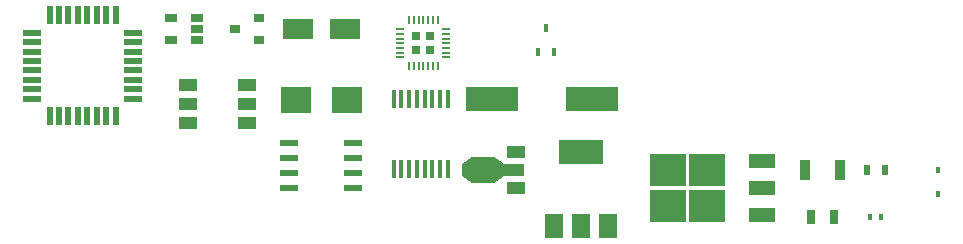
<source format=gtp>
G04 #@! TF.GenerationSoftware,KiCad,Pcbnew,8.0.5*
G04 #@! TF.CreationDate,2024-11-03T10:01:33+01:00*
G04 #@! TF.ProjectId,euro-mate,6575726f-2d6d-4617-9465-2e6b69636164,rev?*
G04 #@! TF.SameCoordinates,Original*
G04 #@! TF.FileFunction,Paste,Top*
G04 #@! TF.FilePolarity,Positive*
%FSLAX46Y46*%
G04 Gerber Fmt 4.6, Leading zero omitted, Abs format (unit mm)*
G04 Created by KiCad (PCBNEW 8.0.5) date 2024-11-03 10:01:33*
%MOMM*%
%LPD*%
G01*
G04 APERTURE LIST*
G04 Aperture macros list*
%AMOutline4P*
0 Free polygon, 4 corners , with rotation*
0 The origin of the aperture is its center*
0 number of corners: always 4*
0 $1 to $8 corner X, Y*
0 $9 Rotation angle, in degrees counterclockwise*
0 create outline with 4 corners*
4,1,4,$1,$2,$3,$4,$5,$6,$7,$8,$1,$2,$9*%
G04 Aperture macros list end*
%ADD10R,0.450000X0.700000*%
%ADD11R,2.500000X2.300000*%
%ADD12R,0.900000X0.800000*%
%ADD13R,0.900000X1.700000*%
%ADD14R,1.500000X2.000000*%
%ADD15R,3.800000X2.000000*%
%ADD16R,0.200000X0.800000*%
%ADD17R,0.800000X0.200000*%
%ADD18R,0.720000X0.720000*%
%ADD19R,1.500000X1.000000*%
%ADD20R,1.800000X1.000000*%
%ADD21Outline4P,-1.100000X-0.500000X1.100000X-0.500000X0.400000X0.500000X-0.400000X0.500000X270.000000*%
%ADD22R,1.840000X2.200000*%
%ADD23Outline4P,-1.100000X-0.425000X1.100000X-0.425000X0.500000X0.425000X-0.500000X0.425000X90.000000*%
%ADD24R,1.060000X0.650000*%
%ADD25R,0.700000X1.300000*%
%ADD26R,1.600000X0.550000*%
%ADD27R,0.550000X1.600000*%
%ADD28R,1.550000X0.600000*%
%ADD29R,0.450000X1.500000*%
%ADD30R,0.450000X0.600000*%
%ADD31R,2.500000X1.800000*%
%ADD32R,2.200000X1.200000*%
%ADD33R,3.050000X2.750000*%
%ADD34R,0.500000X0.900000*%
%ADD35R,0.400000X0.600000*%
%ADD36R,4.500000X2.000000*%
%ADD37R,1.600000X1.000000*%
G04 APERTURE END LIST*
D10*
X116700000Y-55000000D03*
X118000000Y-55000000D03*
X117350000Y-53000000D03*
D11*
X96150000Y-59035000D03*
X100450000Y-59035000D03*
D12*
X93000000Y-54000000D03*
X93000000Y-52100000D03*
X91000000Y-53050000D03*
D13*
X139300000Y-65000000D03*
X142200000Y-65000000D03*
D14*
X118025000Y-69755000D03*
X120325000Y-69755000D03*
X122625000Y-69755000D03*
D15*
X120325000Y-63455000D03*
D16*
X105750000Y-56200000D03*
X106150000Y-56200000D03*
X106550000Y-56200000D03*
X106950000Y-56200000D03*
X107350000Y-56200000D03*
X107750000Y-56200000D03*
X108150000Y-56200000D03*
D17*
X108900000Y-55450000D03*
X108900000Y-55050000D03*
X108900000Y-54650000D03*
X108900000Y-54250000D03*
X108900000Y-53850000D03*
X108900000Y-53450000D03*
X108900000Y-53050000D03*
D16*
X108150000Y-52300000D03*
X107750000Y-52300000D03*
X107350000Y-52300000D03*
X106950000Y-52300000D03*
X106550000Y-52300000D03*
X106150000Y-52300000D03*
X105750000Y-52300000D03*
D17*
X105000000Y-53050000D03*
X105000000Y-53450000D03*
X105000000Y-53850000D03*
X105000000Y-54250000D03*
X105000000Y-54650000D03*
X105000000Y-55050000D03*
X105000000Y-55450000D03*
D18*
X106350000Y-54850000D03*
X107550000Y-54850000D03*
X106350000Y-53650000D03*
X107550000Y-53650000D03*
D19*
X114813500Y-66500000D03*
D20*
X114667000Y-65000000D03*
D21*
X113409700Y-65000000D03*
D22*
X112000000Y-65000000D03*
D23*
X110666500Y-65000000D03*
D19*
X114813500Y-63500000D03*
D24*
X87800000Y-54000000D03*
X87800000Y-53050000D03*
X87800000Y-52100000D03*
X85600000Y-52100000D03*
X85600000Y-54000000D03*
D25*
X139800000Y-69000000D03*
X141700000Y-69000000D03*
D26*
X82350000Y-58950000D03*
X82350000Y-58150000D03*
X82350000Y-57350000D03*
X82350000Y-56550000D03*
X82350000Y-55750000D03*
X82350000Y-54950000D03*
X82350000Y-54150000D03*
X82350000Y-53350000D03*
D27*
X80900000Y-51900000D03*
X80100000Y-51900000D03*
X79300000Y-51900000D03*
X78500000Y-51900000D03*
X77700000Y-51900000D03*
X76900000Y-51900000D03*
X76100000Y-51900000D03*
X75300000Y-51900000D03*
D26*
X73850000Y-53350000D03*
X73850000Y-54150000D03*
X73850000Y-54950000D03*
X73850000Y-55750000D03*
X73850000Y-56550000D03*
X73850000Y-57350000D03*
X73850000Y-58150000D03*
X73850000Y-58950000D03*
D27*
X75300000Y-60400000D03*
X76100000Y-60400000D03*
X76900000Y-60400000D03*
X77700000Y-60400000D03*
X78500000Y-60400000D03*
X79300000Y-60400000D03*
X80100000Y-60400000D03*
X80900000Y-60400000D03*
D28*
X101000000Y-66540000D03*
X101000000Y-65270000D03*
X101000000Y-64000000D03*
X101000000Y-62730000D03*
X95600000Y-62730000D03*
X95600000Y-64000000D03*
X95600000Y-65270000D03*
X95600000Y-66540000D03*
D29*
X104450000Y-64900000D03*
X105100000Y-64900000D03*
X105750000Y-64900000D03*
X106400000Y-64900000D03*
X107050000Y-64900000D03*
X107700000Y-64900000D03*
X108350000Y-64900000D03*
X109000000Y-64900000D03*
X109000000Y-59000000D03*
X108350000Y-59000000D03*
X107700000Y-59000000D03*
X107050000Y-59000000D03*
X106400000Y-59000000D03*
X105750000Y-59000000D03*
X105100000Y-59000000D03*
X104450000Y-59000000D03*
D30*
X150500000Y-67050000D03*
X150500000Y-64950000D03*
D31*
X100300000Y-53035000D03*
X96300000Y-53035000D03*
D32*
X135625000Y-68755000D03*
X135625000Y-66475000D03*
D33*
X131000000Y-68000000D03*
X131000000Y-64950000D03*
X127650000Y-68000000D03*
X127650000Y-64950000D03*
D32*
X135625000Y-64195000D03*
D34*
X146000000Y-65000000D03*
X144500000Y-65000000D03*
D35*
X145700000Y-69000000D03*
X144800000Y-69000000D03*
D36*
X121250000Y-59000000D03*
X112750000Y-59000000D03*
D37*
X92000000Y-61000000D03*
X92000000Y-59400000D03*
X92000000Y-57800000D03*
X87000000Y-57800000D03*
X87000000Y-59400000D03*
X87000000Y-61000000D03*
M02*

</source>
